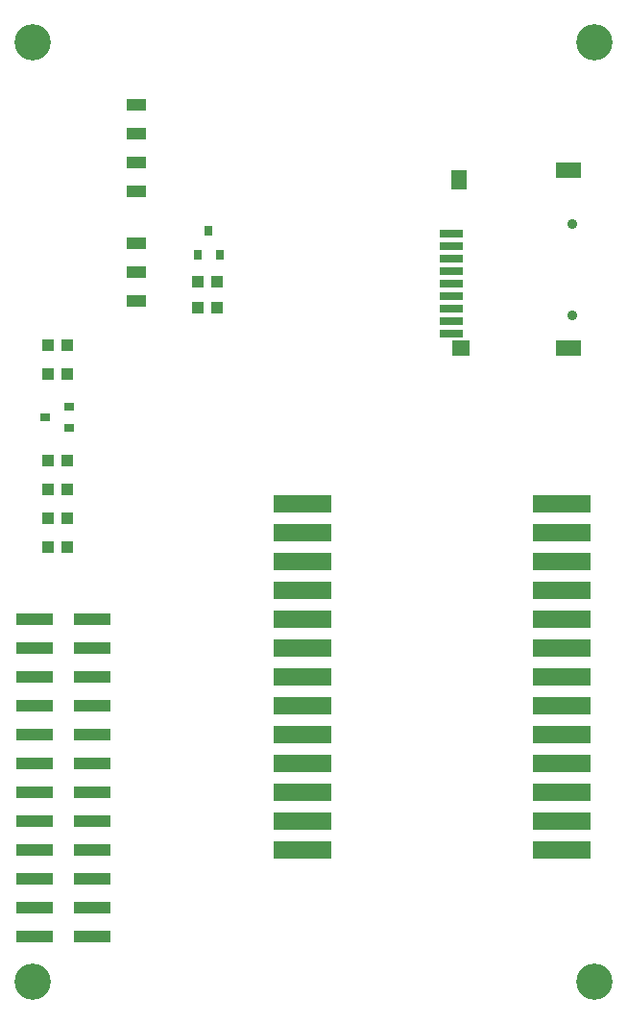
<source format=gts>
G75*
%MOIN*%
%OFA0B0*%
%FSLAX25Y25*%
%IPPOS*%
%LPD*%
%AMOC8*
5,1,8,0,0,1.08239X$1,22.5*
%
%ADD10C,0.12598*%
%ADD11R,0.07874X0.02756*%
%ADD12R,0.06299X0.05512*%
%ADD13R,0.08661X0.05512*%
%ADD14R,0.05512X0.07087*%
%ADD15C,0.03543*%
%ADD16R,0.13000X0.04000*%
%ADD17R,0.03543X0.03150*%
%ADD18R,0.04331X0.03937*%
%ADD19R,0.20000X0.06000*%
%ADD20R,0.07000X0.04000*%
%ADD21R,0.03150X0.03543*%
D10*
X0016171Y0011000D03*
X0211171Y0011000D03*
X0211171Y0336500D03*
X0016171Y0336500D03*
D11*
X0161384Y0270358D03*
X0161384Y0266028D03*
X0161384Y0261697D03*
X0161384Y0257366D03*
X0161384Y0253035D03*
X0161384Y0248705D03*
X0161384Y0244374D03*
X0161384Y0240043D03*
X0161384Y0235713D03*
D12*
X0164534Y0230594D03*
D13*
X0201935Y0230594D03*
X0201935Y0292406D03*
D14*
X0164140Y0288862D03*
D15*
X0203510Y0273508D03*
X0203510Y0242012D03*
D16*
X0036671Y0136500D03*
X0036671Y0126500D03*
X0036671Y0116500D03*
X0036671Y0106500D03*
X0036671Y0096500D03*
X0036671Y0086500D03*
X0036671Y0076500D03*
X0036671Y0066500D03*
X0036671Y0056500D03*
X0036671Y0046500D03*
X0036671Y0036500D03*
X0036671Y0026500D03*
X0016671Y0026500D03*
X0016671Y0036500D03*
X0016671Y0046500D03*
X0016671Y0056500D03*
X0016671Y0066500D03*
X0016671Y0076500D03*
X0016671Y0086500D03*
X0016671Y0096500D03*
X0016671Y0106500D03*
X0016671Y0116500D03*
X0016671Y0126500D03*
X0016671Y0136500D03*
D17*
X0028608Y0202760D03*
X0028608Y0210240D03*
X0020341Y0206500D03*
D18*
X0021325Y0191500D03*
X0028018Y0191500D03*
X0028018Y0181500D03*
X0021325Y0181500D03*
X0021325Y0171500D03*
X0028018Y0171500D03*
X0028018Y0161500D03*
X0021325Y0161500D03*
X0021325Y0221500D03*
X0028018Y0221500D03*
X0028018Y0231500D03*
X0021325Y0231500D03*
X0073325Y0244500D03*
X0073325Y0253500D03*
X0080018Y0253500D03*
X0080018Y0244500D03*
D19*
X0109671Y0176500D03*
X0109671Y0166500D03*
X0109671Y0156500D03*
X0109671Y0146500D03*
X0109671Y0136500D03*
X0109671Y0126500D03*
X0109671Y0116500D03*
X0109671Y0106500D03*
X0109671Y0096500D03*
X0109671Y0086500D03*
X0109671Y0076500D03*
X0109671Y0066500D03*
X0109671Y0056500D03*
X0199671Y0056500D03*
X0199671Y0066500D03*
X0199671Y0076500D03*
X0199671Y0086500D03*
X0199671Y0096500D03*
X0199671Y0106500D03*
X0199671Y0116500D03*
X0199671Y0126500D03*
X0199671Y0136500D03*
X0199671Y0146500D03*
X0199671Y0156500D03*
X0199671Y0166500D03*
X0199671Y0176500D03*
D20*
X0052171Y0247000D03*
X0052171Y0257000D03*
X0052171Y0267000D03*
X0052171Y0285000D03*
X0052171Y0295000D03*
X0052171Y0305000D03*
X0052171Y0315000D03*
D21*
X0077171Y0271331D03*
X0073431Y0263063D03*
X0080912Y0263063D03*
M02*

</source>
